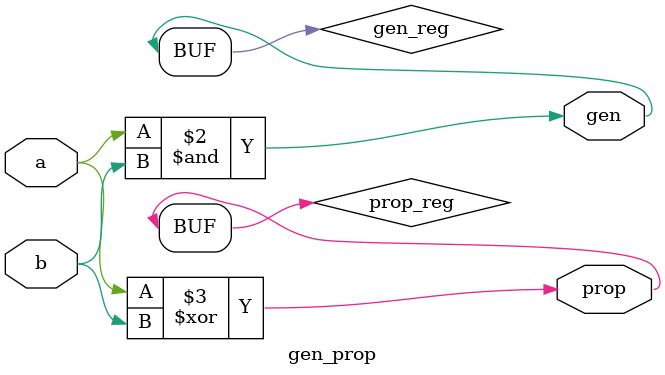
<source format=v>
module gen_prop (
input wire a,b,
output wire gen,prop);
    
reg gen_reg,prop_reg;

always@* begin
gen_reg=a&b;
prop_reg=a^b;
end

assign gen=gen_reg;
assign prop=prop_reg;

endmodule

</source>
